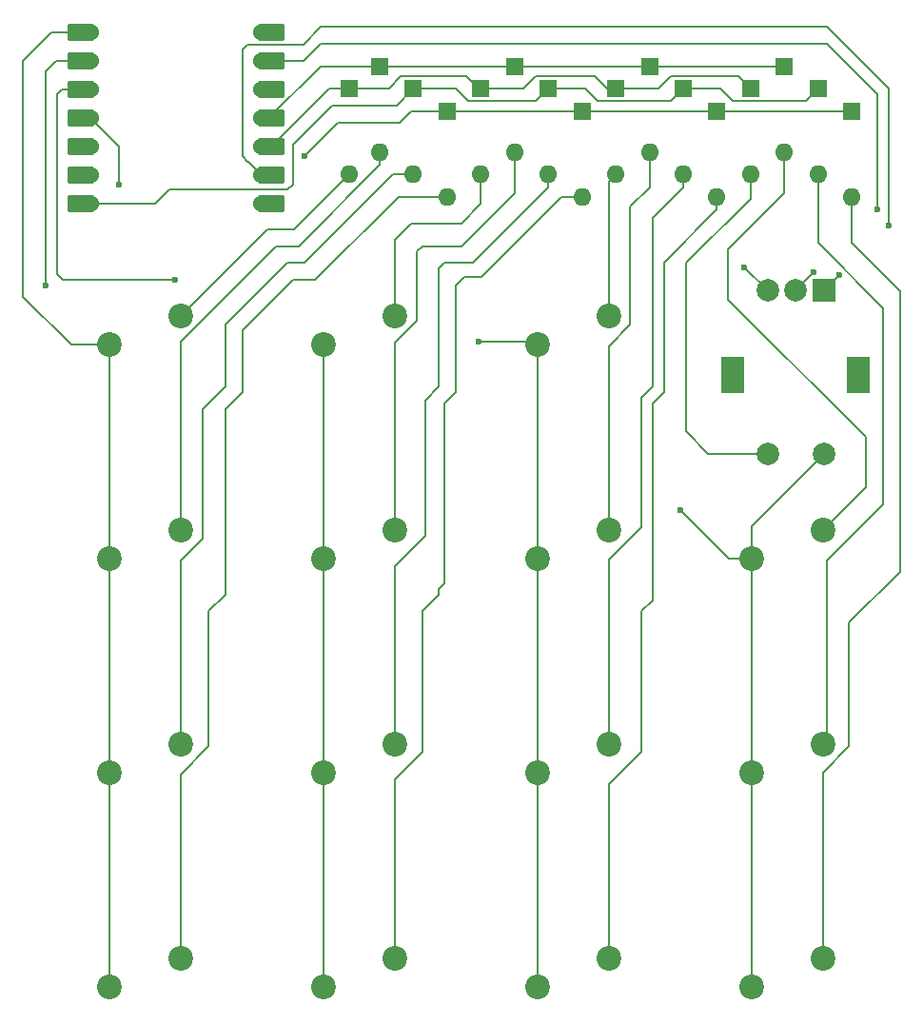
<source format=gtl>
%TF.GenerationSoftware,KiCad,Pcbnew,8.0.8*%
%TF.CreationDate,2025-02-12T11:08:45-05:00*%
%TF.ProjectId,hackpad,6861636b-7061-4642-9e6b-696361645f70,rev?*%
%TF.SameCoordinates,Original*%
%TF.FileFunction,Copper,L1,Top*%
%TF.FilePolarity,Positive*%
%FSLAX46Y46*%
G04 Gerber Fmt 4.6, Leading zero omitted, Abs format (unit mm)*
G04 Created by KiCad (PCBNEW 8.0.8) date 2025-02-12 11:08:45*
%MOMM*%
%LPD*%
G01*
G04 APERTURE LIST*
G04 Aperture macros list*
%AMRoundRect*
0 Rectangle with rounded corners*
0 $1 Rounding radius*
0 $2 $3 $4 $5 $6 $7 $8 $9 X,Y pos of 4 corners*
0 Add a 4 corners polygon primitive as box body*
4,1,4,$2,$3,$4,$5,$6,$7,$8,$9,$2,$3,0*
0 Add four circle primitives for the rounded corners*
1,1,$1+$1,$2,$3*
1,1,$1+$1,$4,$5*
1,1,$1+$1,$6,$7*
1,1,$1+$1,$8,$9*
0 Add four rect primitives between the rounded corners*
20,1,$1+$1,$2,$3,$4,$5,0*
20,1,$1+$1,$4,$5,$6,$7,0*
20,1,$1+$1,$6,$7,$8,$9,0*
20,1,$1+$1,$8,$9,$2,$3,0*%
G04 Aperture macros list end*
%TA.AperFunction,ComponentPad*%
%ADD10R,1.600000X1.600000*%
%TD*%
%TA.AperFunction,ComponentPad*%
%ADD11O,1.600000X1.600000*%
%TD*%
%TA.AperFunction,ComponentPad*%
%ADD12C,2.200000*%
%TD*%
%TA.AperFunction,SMDPad,CuDef*%
%ADD13RoundRect,0.152400X1.063600X0.609600X-1.063600X0.609600X-1.063600X-0.609600X1.063600X-0.609600X0*%
%TD*%
%TA.AperFunction,ComponentPad*%
%ADD14C,1.524000*%
%TD*%
%TA.AperFunction,SMDPad,CuDef*%
%ADD15RoundRect,0.152400X-1.063600X-0.609600X1.063600X-0.609600X1.063600X0.609600X-1.063600X0.609600X0*%
%TD*%
%TA.AperFunction,ComponentPad*%
%ADD16R,2.000000X2.000000*%
%TD*%
%TA.AperFunction,ComponentPad*%
%ADD17C,2.000000*%
%TD*%
%TA.AperFunction,ComponentPad*%
%ADD18R,2.000000X3.200000*%
%TD*%
%TA.AperFunction,ViaPad*%
%ADD19C,0.600000*%
%TD*%
%TA.AperFunction,Conductor*%
%ADD20C,0.200000*%
%TD*%
G04 APERTURE END LIST*
D10*
%TO.P,D6,1,K*%
%TO.N,ROW1*%
X88731250Y-36000000D03*
D11*
%TO.P,D6,2,A*%
%TO.N,Net-(D6-A)*%
X88731250Y-43620000D03*
%TD*%
D12*
%TO.P,SW9,1,1*%
%TO.N,Net-(D10-A)*%
X78050000Y-96350000D03*
%TO.P,SW9,2,2*%
%TO.N,COL1*%
X71700000Y-98890000D03*
%TD*%
D10*
%TO.P,D1,1,K*%
%TO.N,ROW0*%
X74000000Y-38000000D03*
D11*
%TO.P,D1,2,A*%
%TO.N,Net-(D1-A)*%
X74000000Y-45620000D03*
%TD*%
D12*
%TO.P,SW14,1,1*%
%TO.N,Net-(D14-A)*%
X78050000Y-115400000D03*
%TO.P,SW14,2,2*%
%TO.N,COL1*%
X71700000Y-117940000D03*
%TD*%
%TO.P,SW2,1,1*%
%TO.N,Net-(D5-A)*%
X59000000Y-77300000D03*
%TO.P,SW2,2,2*%
%TO.N,COL0*%
X52650000Y-79840000D03*
%TD*%
D13*
%TO.P,U1,1,GPIO26/ADC0/A0*%
%TO.N,COL0*%
X50165000Y-33000000D03*
D14*
X51000000Y-33000000D03*
D13*
%TO.P,U1,2,GPIO27/ADC1/A1*%
%TO.N,COL1*%
X50165000Y-35540000D03*
D14*
X51000000Y-35540000D03*
D13*
%TO.P,U1,3,GPIO28/ADC2/A2*%
%TO.N,COL2*%
X50165000Y-38080000D03*
D14*
X51000000Y-38080000D03*
D13*
%TO.P,U1,4,GPIO29/ADC3/A3*%
%TO.N,COL3*%
X50165000Y-40620000D03*
D14*
X51000000Y-40620000D03*
D13*
%TO.P,U1,5,GPIO6/SDA*%
%TO.N,unconnected-(U1-GPIO6{slash}SDA-Pad5)*%
X50165000Y-43160000D03*
D14*
X51000000Y-43160000D03*
D13*
%TO.P,U1,6,GPIO7/SCL*%
%TO.N,ROW3*%
X50165000Y-45700000D03*
D14*
X51000000Y-45700000D03*
D13*
%TO.P,U1,7,GPIO0/TX*%
%TO.N,ROW2*%
X50165000Y-48240000D03*
D14*
X51000000Y-48240000D03*
%TO.P,U1,8,GPIO1/RX*%
%TO.N,B*%
X66240000Y-48240000D03*
D15*
X67075000Y-48240000D03*
D14*
%TO.P,U1,9,GPIO2/SCK*%
%TO.N,A*%
X66240000Y-45700000D03*
D15*
X67075000Y-45700000D03*
D14*
%TO.P,U1,10,GPIO4/MISO*%
%TO.N,ROW0*%
X66240000Y-43160000D03*
D15*
X67075000Y-43160000D03*
D14*
%TO.P,U1,11,GPIO3/MOSI*%
%TO.N,ROW1*%
X66240000Y-40620000D03*
D15*
X67075000Y-40620000D03*
D14*
%TO.P,U1,12,3V3*%
%TO.N,unconnected-(U1-3V3-Pad12)*%
X66240000Y-38080000D03*
D15*
X67075000Y-38080000D03*
D14*
%TO.P,U1,13,GND*%
%TO.N,GND*%
X66240000Y-35540000D03*
D15*
X67075000Y-35540000D03*
D14*
%TO.P,U1,14,VBUS*%
%TO.N,unconnected-(U1-VBUS-Pad14)*%
X66240000Y-33000000D03*
D15*
X67075000Y-33000000D03*
%TD*%
D10*
%TO.P,D15,1,K*%
%TO.N,ROW3*%
X106731250Y-40000000D03*
D11*
%TO.P,D15,2,A*%
%TO.N,Net-(D15-A)*%
X106731250Y-47620000D03*
%TD*%
D10*
%TO.P,D13,1,K*%
%TO.N,ROW3*%
X82731250Y-40000000D03*
D11*
%TO.P,D13,2,A*%
%TO.N,Net-(D13-A)*%
X82731250Y-47620000D03*
%TD*%
D10*
%TO.P,D12,1,K*%
%TO.N,ROW2*%
X115731250Y-38000000D03*
D11*
%TO.P,D12,2,A*%
%TO.N,Net-(D12-A)*%
X115731250Y-45620000D03*
%TD*%
D12*
%TO.P,SW1,1,1*%
%TO.N,Net-(D1-A)*%
X59000000Y-58250000D03*
%TO.P,SW1,2,2*%
%TO.N,COL0*%
X52650000Y-60790000D03*
%TD*%
D16*
%TO.P,SW10,A,A*%
%TO.N,A*%
X116228750Y-55973750D03*
D17*
%TO.P,SW10,B,B*%
%TO.N,B*%
X111228750Y-55973750D03*
%TO.P,SW10,C,C*%
%TO.N,GND*%
X113728750Y-55973750D03*
D18*
%TO.P,SW10,MP*%
%TO.N,N/C*%
X119328750Y-63473750D03*
X108128750Y-63473750D03*
D17*
%TO.P,SW10,S1,S1*%
%TO.N,COL3*%
X116228750Y-70473750D03*
%TO.P,SW10,S2,S2*%
%TO.N,Net-(D4-A)*%
X111228750Y-70473750D03*
%TD*%
D10*
%TO.P,D9,1,K*%
%TO.N,ROW2*%
X79731250Y-38000000D03*
D11*
%TO.P,D9,2,A*%
%TO.N,Net-(D9-A)*%
X79731250Y-45620000D03*
%TD*%
D12*
%TO.P,SW8,1,1*%
%TO.N,Net-(D9-A)*%
X59000000Y-96350000D03*
%TO.P,SW8,2,2*%
%TO.N,COL0*%
X52650000Y-98890000D03*
%TD*%
%TO.P,SW7,1,1*%
%TO.N,Net-(D3-A)*%
X97100000Y-58250000D03*
%TO.P,SW7,2,2*%
%TO.N,COL2*%
X90750000Y-60790000D03*
%TD*%
D10*
%TO.P,D7,1,K*%
%TO.N,ROW1*%
X100731250Y-36000000D03*
D11*
%TO.P,D7,2,A*%
%TO.N,Net-(D7-A)*%
X100731250Y-43620000D03*
%TD*%
D12*
%TO.P,SW5,1,1*%
%TO.N,Net-(D7-A)*%
X97100000Y-77300000D03*
%TO.P,SW5,2,2*%
%TO.N,COL2*%
X90750000Y-79840000D03*
%TD*%
%TO.P,SW12,1,1*%
%TO.N,Net-(D12-A)*%
X116150000Y-96350000D03*
%TO.P,SW12,2,2*%
%TO.N,COL3*%
X109800000Y-98890000D03*
%TD*%
D10*
%TO.P,D3,1,K*%
%TO.N,ROW0*%
X97731250Y-38000000D03*
D11*
%TO.P,D3,2,A*%
%TO.N,Net-(D3-A)*%
X97731250Y-45620000D03*
%TD*%
D12*
%TO.P,SW15,1,1*%
%TO.N,Net-(D15-A)*%
X97100000Y-115400000D03*
%TO.P,SW15,2,2*%
%TO.N,COL2*%
X90750000Y-117940000D03*
%TD*%
%TO.P,SW13,1,1*%
%TO.N,Net-(D13-A)*%
X59000000Y-115400000D03*
%TO.P,SW13,2,2*%
%TO.N,COL0*%
X52650000Y-117940000D03*
%TD*%
%TO.P,SW11,1,1*%
%TO.N,Net-(D11-A)*%
X97100000Y-96350000D03*
%TO.P,SW11,2,2*%
%TO.N,COL2*%
X90750000Y-98890000D03*
%TD*%
%TO.P,SW6,1,1*%
%TO.N,Net-(D8-A)*%
X116150000Y-77300000D03*
%TO.P,SW6,2,2*%
%TO.N,COL3*%
X109800000Y-79840000D03*
%TD*%
D10*
%TO.P,D8,1,K*%
%TO.N,ROW1*%
X112731250Y-36000000D03*
D11*
%TO.P,D8,2,A*%
%TO.N,Net-(D8-A)*%
X112731250Y-43620000D03*
%TD*%
D12*
%TO.P,SW16,1,1*%
%TO.N,Net-(D16-A)*%
X116150000Y-115400000D03*
%TO.P,SW16,2,2*%
%TO.N,COL3*%
X109800000Y-117940000D03*
%TD*%
D10*
%TO.P,D14,1,K*%
%TO.N,ROW3*%
X94731250Y-40000000D03*
D11*
%TO.P,D14,2,A*%
%TO.N,Net-(D14-A)*%
X94731250Y-47620000D03*
%TD*%
D10*
%TO.P,D11,1,K*%
%TO.N,ROW2*%
X103731250Y-38000000D03*
D11*
%TO.P,D11,2,A*%
%TO.N,Net-(D11-A)*%
X103731250Y-45620000D03*
%TD*%
D12*
%TO.P,SW4,1,1*%
%TO.N,Net-(D2-A)*%
X78050000Y-58250000D03*
%TO.P,SW4,2,2*%
%TO.N,COL1*%
X71700000Y-60790000D03*
%TD*%
D10*
%TO.P,D5,1,K*%
%TO.N,ROW1*%
X76731250Y-36000000D03*
D11*
%TO.P,D5,2,A*%
%TO.N,Net-(D5-A)*%
X76731250Y-43620000D03*
%TD*%
D10*
%TO.P,D2,1,K*%
%TO.N,ROW0*%
X85731250Y-38000000D03*
D11*
%TO.P,D2,2,A*%
%TO.N,Net-(D2-A)*%
X85731250Y-45620000D03*
%TD*%
D10*
%TO.P,D16,1,K*%
%TO.N,ROW3*%
X118731250Y-40000000D03*
D11*
%TO.P,D16,2,A*%
%TO.N,Net-(D16-A)*%
X118731250Y-47620000D03*
%TD*%
D12*
%TO.P,SW3,1,1*%
%TO.N,Net-(D6-A)*%
X78050000Y-77300000D03*
%TO.P,SW3,2,2*%
%TO.N,COL1*%
X71700000Y-79840000D03*
%TD*%
D10*
%TO.P,D4,1,K*%
%TO.N,ROW0*%
X109731250Y-38000000D03*
D11*
%TO.P,D4,2,A*%
%TO.N,Net-(D4-A)*%
X109731250Y-45620000D03*
%TD*%
D10*
%TO.P,D10,1,K*%
%TO.N,ROW2*%
X91731250Y-38000000D03*
D11*
%TO.P,D10,2,A*%
%TO.N,Net-(D10-A)*%
X91731250Y-45620000D03*
%TD*%
D19*
%TO.N,COL1*%
X47000000Y-55500000D03*
%TO.N,COL2*%
X58500000Y-55000000D03*
X85500000Y-60500000D03*
%TO.N,COL3*%
X53500000Y-46500000D03*
X103500000Y-75500000D03*
%TO.N,A*%
X117601250Y-54601250D03*
X122000000Y-50202500D03*
%TO.N,GND*%
X115351250Y-54351250D03*
X121000000Y-48702500D03*
%TO.N,B*%
X109127500Y-53872500D03*
%TO.N,ROW3*%
X70000000Y-44000000D03*
%TD*%
D20*
%TO.N,Net-(D1-A)*%
X59000000Y-58250000D02*
X66750000Y-50500000D01*
X66750000Y-50500000D02*
X69120000Y-50500000D01*
X69120000Y-50500000D02*
X74000000Y-45620000D01*
%TO.N,COL0*%
X45000000Y-35500000D02*
X45000000Y-56500000D01*
X47500000Y-33000000D02*
X45000000Y-35500000D01*
X51000000Y-33000000D02*
X47500000Y-33000000D01*
X49290000Y-60790000D02*
X52650000Y-60790000D01*
X45000000Y-56500000D02*
X49290000Y-60790000D01*
X52650000Y-60790000D02*
X52650000Y-117940000D01*
%TO.N,Net-(D5-A)*%
X59000000Y-77300000D02*
X59000000Y-60500000D01*
X76731250Y-44768750D02*
X76731250Y-43620000D01*
X69500000Y-52000000D02*
X76731250Y-44768750D01*
X67500000Y-52000000D02*
X69500000Y-52000000D01*
X59000000Y-60500000D02*
X67500000Y-52000000D01*
%TO.N,COL1*%
X71700000Y-60790000D02*
X71700000Y-117940000D01*
X47000000Y-36500000D02*
X47000000Y-55500000D01*
X51000000Y-35540000D02*
X47960000Y-35540000D01*
X47960000Y-35540000D02*
X47000000Y-36500000D01*
%TO.N,Net-(D6-A)*%
X80000000Y-52500000D02*
X80500000Y-52000000D01*
X88731250Y-47268750D02*
X88731250Y-43620000D01*
X80000000Y-58600000D02*
X80000000Y-52500000D01*
X84000000Y-52000000D02*
X88731250Y-47268750D01*
X80500000Y-52000000D02*
X84000000Y-52000000D01*
X78050000Y-60550000D02*
X80000000Y-58600000D01*
X78050000Y-77300000D02*
X78050000Y-60550000D01*
%TO.N,Net-(D2-A)*%
X85731250Y-48268750D02*
X84000000Y-50000000D01*
X79500000Y-50000000D02*
X78050000Y-51450000D01*
X85731250Y-45620000D02*
X85731250Y-48268750D01*
X84000000Y-50000000D02*
X79500000Y-50000000D01*
X78050000Y-51450000D02*
X78050000Y-58250000D01*
%TO.N,COL2*%
X48500000Y-55000000D02*
X58500000Y-55000000D01*
X48000000Y-38500000D02*
X48000000Y-43500000D01*
X90460000Y-60500000D02*
X90750000Y-60790000D01*
X48000000Y-54500000D02*
X48500000Y-55000000D01*
X90750000Y-60790000D02*
X90750000Y-117940000D01*
X48000000Y-43500000D02*
X48000000Y-54500000D01*
X48420000Y-38080000D02*
X48000000Y-38500000D01*
X50165000Y-38080000D02*
X48420000Y-38080000D01*
X85500000Y-60500000D02*
X90460000Y-60500000D01*
%TO.N,Net-(D7-A)*%
X97100000Y-60900000D02*
X99000000Y-59000000D01*
X97100000Y-77300000D02*
X97100000Y-60900000D01*
X99000000Y-48500000D02*
X100731250Y-46768750D01*
X99000000Y-59000000D02*
X99000000Y-48500000D01*
X100731250Y-46768750D02*
X100731250Y-43620000D01*
%TO.N,COL3*%
X109800000Y-76902500D02*
X109800000Y-79840000D01*
X109800000Y-79840000D02*
X107840000Y-79840000D01*
X109800000Y-79840000D02*
X109800000Y-117940000D01*
X107840000Y-79840000D02*
X103500000Y-75500000D01*
X53500000Y-43120000D02*
X51000000Y-40620000D01*
X53500000Y-46500000D02*
X53500000Y-43120000D01*
X116228750Y-70473750D02*
X109800000Y-76902500D01*
%TO.N,Net-(D8-A)*%
X107750000Y-52250000D02*
X112731250Y-47268750D01*
X108000000Y-57000000D02*
X107750000Y-56750000D01*
X108000000Y-57000000D02*
X120000000Y-69000000D01*
X112731250Y-47268750D02*
X112731250Y-43620000D01*
X120000000Y-73450000D02*
X116150000Y-77300000D01*
X107750000Y-56750000D02*
X107750000Y-52250000D01*
X120000000Y-69000000D02*
X120000000Y-73450000D01*
%TO.N,Net-(D3-A)*%
X97100000Y-46251250D02*
X97731250Y-45620000D01*
X97100000Y-58250000D02*
X97100000Y-46251250D01*
%TO.N,Net-(D9-A)*%
X70000000Y-53500000D02*
X77880000Y-45620000D01*
X61000000Y-66500000D02*
X63000000Y-64500000D01*
X59000000Y-80000000D02*
X61000000Y-78000000D01*
X68500000Y-53500000D02*
X70000000Y-53500000D01*
X63000000Y-59000000D02*
X68500000Y-53500000D01*
X63000000Y-64500000D02*
X63000000Y-59000000D01*
X59000000Y-96350000D02*
X59000000Y-80000000D01*
X77880000Y-45620000D02*
X79731250Y-45620000D01*
X61000000Y-78000000D02*
X61000000Y-66500000D01*
%TO.N,Net-(D10-A)*%
X85000000Y-53500000D02*
X91731250Y-46768750D01*
X82000000Y-64500000D02*
X82000000Y-54000000D01*
X78050000Y-80450000D02*
X80500000Y-78000000D01*
X78050000Y-96350000D02*
X78050000Y-80450000D01*
X82000000Y-54000000D02*
X82500000Y-53500000D01*
X80500000Y-78000000D02*
X80750000Y-77750000D01*
X80750000Y-77750000D02*
X80750000Y-65750000D01*
X80750000Y-65750000D02*
X82000000Y-64500000D01*
X91731250Y-46768750D02*
X91731250Y-45620000D01*
X82500000Y-53500000D02*
X85000000Y-53500000D01*
%TO.N,A*%
X69938000Y-34062000D02*
X64938000Y-34062000D01*
X65040000Y-44500000D02*
X66240000Y-45700000D01*
X122000000Y-38000000D02*
X116500000Y-32500000D01*
X116500000Y-32500000D02*
X71500000Y-32500000D01*
X122000000Y-50202500D02*
X122000000Y-50000000D01*
X122000000Y-50000000D02*
X122000000Y-38000000D01*
X64938000Y-34062000D02*
X64500000Y-34500000D01*
X65000000Y-44500000D02*
X65040000Y-44500000D01*
X116228750Y-55973750D02*
X117601250Y-54601250D01*
X64500000Y-44000000D02*
X65000000Y-44500000D01*
X71500000Y-32500000D02*
X69938000Y-34062000D01*
X64500000Y-34500000D02*
X64500000Y-44000000D01*
%TO.N,GND*%
X71500000Y-34000000D02*
X69960000Y-35540000D01*
X121000000Y-48500000D02*
X121000000Y-38500000D01*
X116500000Y-34000000D02*
X71500000Y-34000000D01*
X113728750Y-55973750D02*
X115351250Y-54351250D01*
X121000000Y-48702500D02*
X121000000Y-48500000D01*
X69960000Y-35540000D02*
X67075000Y-35540000D01*
X121000000Y-38500000D02*
X116500000Y-34000000D01*
%TO.N,Net-(D4-A)*%
X105973750Y-70473750D02*
X104000000Y-68500000D01*
X109731250Y-47768750D02*
X109731250Y-45620000D01*
X104000000Y-68500000D02*
X104000000Y-53500000D01*
X104000000Y-53500000D02*
X109731250Y-47768750D01*
X111228750Y-70473750D02*
X105973750Y-70473750D01*
%TO.N,B*%
X111228750Y-55973750D02*
X109127500Y-53872500D01*
%TO.N,Net-(D11-A)*%
X101000000Y-64500000D02*
X101000000Y-49500000D01*
X101000000Y-49500000D02*
X103731250Y-46768750D01*
X97100000Y-96350000D02*
X97100000Y-79900000D01*
X100000000Y-77000000D02*
X100000000Y-65500000D01*
X100000000Y-65500000D02*
X101000000Y-64500000D01*
X103731250Y-46768750D02*
X103731250Y-45620000D01*
X97100000Y-79900000D02*
X100000000Y-77000000D01*
%TO.N,Net-(D12-A)*%
X115731250Y-51731250D02*
X115731250Y-45620000D01*
X121500000Y-57500000D02*
X115731250Y-51731250D01*
X116500000Y-80000000D02*
X121500000Y-75000000D01*
X121500000Y-75000000D02*
X121500000Y-57500000D01*
X116150000Y-96350000D02*
X116500000Y-96000000D01*
X116500000Y-96000000D02*
X116500000Y-80000000D01*
%TO.N,Net-(D13-A)*%
X63000000Y-66500000D02*
X64500000Y-65000000D01*
X64500000Y-65000000D02*
X64500000Y-59500000D01*
X71000000Y-55000000D02*
X78380000Y-47620000D01*
X78380000Y-47620000D02*
X82731250Y-47620000D01*
X63000000Y-83000000D02*
X63000000Y-66500000D01*
X61500000Y-96500000D02*
X61500000Y-84500000D01*
X59000000Y-115400000D02*
X59000000Y-99000000D01*
X64500000Y-59500000D02*
X69000000Y-55000000D01*
X61500000Y-84500000D02*
X63000000Y-83000000D01*
X59000000Y-99000000D02*
X61500000Y-96500000D01*
X69000000Y-55000000D02*
X71000000Y-55000000D01*
%TO.N,Net-(D14-A)*%
X83500000Y-65000000D02*
X83500000Y-55500000D01*
X82000000Y-82500000D02*
X82500000Y-82000000D01*
X82000000Y-83000000D02*
X82000000Y-82500000D01*
X78050000Y-99450000D02*
X80500000Y-97000000D01*
X80500000Y-97000000D02*
X80500000Y-84500000D01*
X82500000Y-82000000D02*
X82500000Y-66000000D01*
X82500000Y-66000000D02*
X83500000Y-65000000D01*
X80500000Y-84500000D02*
X82000000Y-83000000D01*
X85750000Y-54750000D02*
X84250000Y-54750000D01*
X94731250Y-47620000D02*
X92880000Y-47620000D01*
X83500000Y-55500000D02*
X84250000Y-54750000D01*
X92880000Y-47620000D02*
X85750000Y-54750000D01*
X78050000Y-115400000D02*
X78050000Y-99450000D01*
%TO.N,Net-(D15-A)*%
X101000000Y-66000000D02*
X102000000Y-65000000D01*
X100000000Y-97000000D02*
X100000000Y-84500000D01*
X102000000Y-53500000D02*
X106731250Y-48768750D01*
X101000000Y-83000000D02*
X101000000Y-66000000D01*
X100000000Y-84500000D02*
X101000000Y-83500000D01*
X101000000Y-83500000D02*
X101000000Y-83000000D01*
X97100000Y-99900000D02*
X100000000Y-97000000D01*
X102000000Y-64500000D02*
X102000000Y-53500000D01*
X102000000Y-65000000D02*
X102000000Y-64500000D01*
X97100000Y-115400000D02*
X97100000Y-99900000D01*
X106731250Y-48768750D02*
X106731250Y-47620000D01*
%TO.N,Net-(D16-A)*%
X118731250Y-51731250D02*
X118731250Y-47620000D01*
X116150000Y-98850000D02*
X118500000Y-96500000D01*
X116150000Y-115400000D02*
X116150000Y-98850000D01*
X118500000Y-96500000D02*
X118500000Y-85500000D01*
X118500000Y-85500000D02*
X123000000Y-81000000D01*
X123000000Y-56000000D02*
X118731250Y-51731250D01*
X123000000Y-81000000D02*
X123000000Y-56000000D01*
%TO.N,ROW1*%
X76731250Y-36000000D02*
X112731250Y-36000000D01*
X76731250Y-36000000D02*
X71472214Y-36000000D01*
X66852214Y-40620000D02*
X66240000Y-40620000D01*
X71472214Y-36000000D02*
X66852214Y-40620000D01*
%TO.N,ROW2*%
X69000000Y-46500000D02*
X68500000Y-47000000D01*
X58000000Y-47000000D02*
X56760000Y-48240000D01*
X72500000Y-39500000D02*
X69000000Y-43000000D01*
X103731250Y-38000000D02*
X102631250Y-39100000D01*
X68500000Y-47000000D02*
X58000000Y-47000000D01*
X69000000Y-43000000D02*
X69000000Y-46500000D01*
X84631250Y-39100000D02*
X90631250Y-39100000D01*
X108100000Y-39100000D02*
X107000000Y-38000000D01*
X79731250Y-38000000D02*
X83531250Y-38000000D01*
X102631250Y-39100000D02*
X96100000Y-39100000D01*
X95000000Y-38000000D02*
X91731250Y-38000000D01*
X115731250Y-38000000D02*
X114631250Y-39100000D01*
X78231250Y-39500000D02*
X72500000Y-39500000D01*
X90631250Y-39100000D02*
X91731250Y-38000000D01*
X114631250Y-39100000D02*
X108100000Y-39100000D01*
X56760000Y-48240000D02*
X51000000Y-48240000D01*
X96100000Y-39100000D02*
X95000000Y-38000000D01*
X107000000Y-38000000D02*
X103731250Y-38000000D01*
X83531250Y-38000000D02*
X84631250Y-39100000D01*
X79731250Y-38000000D02*
X78231250Y-39500000D01*
%TO.N,ROW3*%
X73000000Y-41000000D02*
X70000000Y-44000000D01*
X82731250Y-40000000D02*
X79500000Y-40000000D01*
X118731250Y-40000000D02*
X82731250Y-40000000D01*
X79500000Y-40000000D02*
X78500000Y-41000000D01*
X78500000Y-41000000D02*
X73000000Y-41000000D01*
%TO.N,ROW0*%
X102600000Y-36900000D02*
X101500000Y-38000000D01*
X85731250Y-38000000D02*
X85500000Y-38000000D01*
X77531250Y-38000000D02*
X74000000Y-38000000D01*
X89531250Y-38000000D02*
X85731250Y-38000000D01*
X74000000Y-38000000D02*
X72235000Y-38000000D01*
X109731250Y-38000000D02*
X108631250Y-36900000D01*
X84400000Y-36900000D02*
X78631250Y-36900000D01*
X95900000Y-36900000D02*
X90631250Y-36900000D01*
X108631250Y-36900000D02*
X102600000Y-36900000D01*
X90631250Y-36900000D02*
X89531250Y-38000000D01*
X67075000Y-43160000D02*
X66240000Y-43160000D01*
X97000000Y-38000000D02*
X95900000Y-36900000D01*
X72235000Y-38000000D02*
X67075000Y-43160000D01*
X101500000Y-38000000D02*
X97731250Y-38000000D01*
X97731250Y-38000000D02*
X97000000Y-38000000D01*
X78631250Y-36900000D02*
X77531250Y-38000000D01*
X85500000Y-38000000D02*
X84400000Y-36900000D01*
%TD*%
M02*

</source>
